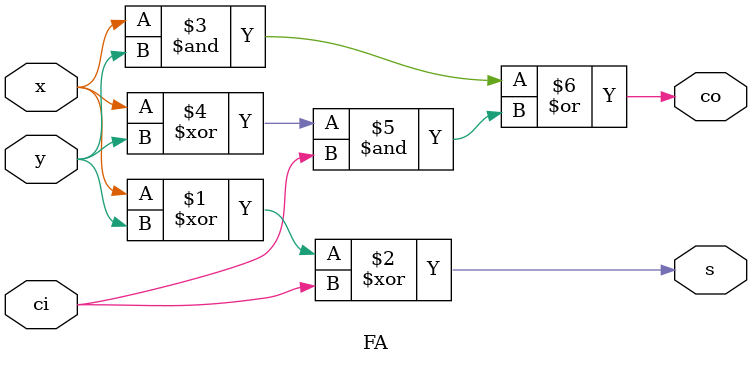
<source format=v>
module FA(x,y,ci,s,co);

input x,y,ci;
output s,co;


assign s = x^y^ci;
assign co = (x&y) | ((x^y)&ci);

endmodule

//module test;
//
//wire s,co;
//FA fa(1'b1,1'b0,1'b0,s,co);
//
//always@(*)
//begin
//	$display(s);
//	$display(co);
//	$finish;
//end
//
//endmodule

</source>
